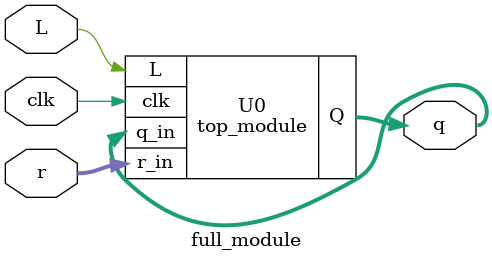
<source format=sv>
module top_module(
    input clk,
    input L,
    input [2:0] q_in,
    input [2:0] r_in,
    output reg [2:0] Q
);

    always @(posedge clk) begin
        if (L) begin
            Q <= r_in;
        end else begin
            Q <= {Q[1] ^ Q[2], Q[0], Q[2]};
        end
    end

endmodule
module full_module (
    input [2:0] r,
    input L,
    input clk,
    output reg [2:0] q
);

    top_module U0 (
        .clk(clk),
        .L(L),
        .q_in(q),
        .r_in(r),
        .Q(q)
    );

endmodule

</source>
